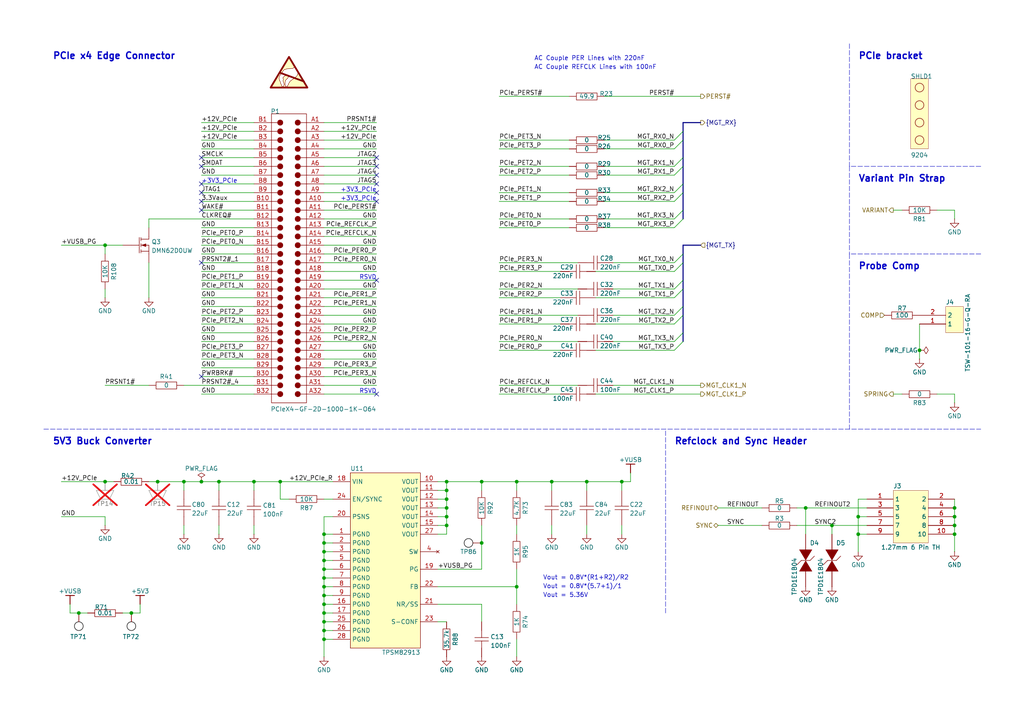
<source format=kicad_sch>
(kicad_sch (version 20250114) (generator "eeschema") (generator_version "9.0")
  (paper "A4")
  (title_block (title "ThunderScope") (rev "5.3") (company "EEVengers") (comment 1 "Aleksa Bjelogrlic"))
  (text "RSVD" (at 109.22 114.3 0) (effects (font (size 1.27 1.27)) (justify right bottom)))
  (text "Vout = 0.8V*(5.7+1)/1" (at 157.48 170.18 0) (effects (font (size 1.27 1.27)) (justify left)))
  (text "+3V3_PCIe" (at 58.42 53.34 0) (effects (font (size 1.27 1.27)) (justify left bottom)))
  (text "+3V3_PCIe" (at 109.22 58.42 0) (effects (font (size 1.27 1.27)) (justify right bottom)))
  (text "PCIe bracket" (at 248.92 15.24 0) (effects (font (size 1.905 1.905) (thickness 0.381) (bold yes)) (justify left top)))
  (text "AC Couple PER Lines with 220nF" (at 154.94 17.78 0) (effects (font (size 1.27 1.27)) (justify left bottom)))
  (text "Variant Pin Strap" (at 248.92 50.8 0) (effects (font (size 1.905 1.905) (thickness 0.381) (bold yes)) (justify left top)))
  (text "Vout = 0.8V*(R1+R2)/R2" (at 157.48 167.64 0) (effects (font (size 1.27 1.27)) (justify left)))
  (text "Refclock and Sync Header" (at 195.58 127 0) (effects (font (size 1.905 1.905) (thickness 0.381) (bold yes)) (justify left top)))
  (text "PCIe x4 Edge Connector" (at 15.24 15.24 0) (effects (font (size 1.905 1.905) (thickness 0.381) (bold yes)) (justify left top)))
  (text "RSVD" (at 109.22 81.28 0) (effects (font (size 1.27 1.27)) (justify right bottom)))
  (text "Vout = 5.36V" (at 157.48 172.72 0) (effects (font (size 1.27 1.27)) (justify left)))
  (text "5V3 Buck Converter" (at 15.24 127 0) (effects (font (size 1.905 1.905) (thickness 0.381) (bold yes)) (justify left top)))
  (text "AC Couple REFCLK Lines with 100nF" (at 154.94 20.32 0) (effects (font (size 1.27 1.27)) (justify left bottom)))
  (text "Probe Comp" (at 248.92 76.2 0) (effects (font (size 1.905 1.905) (thickness 0.381) (bold yes)) (justify left top)))
  (text "+3V3_PCIe" (at 109.22 55.88 0) (effects (font (size 1.27 1.27)) (justify right bottom)))
  (junction (at 93.98 165.1))
  (junction (at 38.1 177.8))
  (junction (at 93.98 172.72))
  (junction (at 233.68 147.32))
  (junction (at 45.72 139.7))
  (junction (at 276.86 149.86))
  (junction (at 22.86 177.8))
  (junction (at 129.54 147.32))
  (junction (at 30.48 139.7))
  (junction (at 170.18 139.7))
  (junction (at 93.98 180.34))
  (junction (at 93.98 160.02))
  (junction (at 93.98 162.56))
  (junction (at 30.48 71.12))
  (junction (at 276.86 154.94))
  (junction (at 129.54 149.86))
  (junction (at 129.54 139.7))
  (junction (at 276.86 147.32))
  (junction (at 139.7 139.7))
  (junction (at 93.98 157.48))
  (junction (at 129.54 152.4))
  (junction (at 276.86 152.4))
  (junction (at 241.3 152.4))
  (junction (at 93.98 185.42))
  (junction (at 93.98 167.64))
  (junction (at 139.7 157.48))
  (junction (at 129.54 142.24))
  (junction (at 266.7 101.6))
  (junction (at 248.92 154.94))
  (junction (at 149.86 139.7))
  (junction (at 81.28 139.7))
  (junction (at 93.98 170.18))
  (junction (at 93.98 154.94))
  (junction (at 73.66 139.7))
  (junction (at 53.34 139.7))
  (junction (at 93.98 175.26))
  (junction (at 58.42 139.7))
  (junction (at 129.54 144.78))
  (junction (at 180.34 139.7))
  (junction (at 93.98 182.88))
  (junction (at 93.98 177.8))
  (junction (at 149.86 170.18))
  (junction (at 63.5 139.7))
  (junction (at 160.02 139.7))
  (junction (at 248.92 149.86))
  (no_connect (at 109.22 114.3))
  (no_connect (at 58.42 48.26))
  (no_connect (at 58.42 53.34))
  (no_connect (at 109.22 45.72))
  (no_connect (at 58.42 76.2))
  (no_connect (at 58.42 58.42))
  (no_connect (at 58.42 45.72))
  (no_connect (at 109.22 58.42))
  (no_connect (at 109.22 53.34))
  (no_connect (at 58.42 60.96))
  (no_connect (at 109.22 55.88))
  (no_connect (at 58.42 55.88))
  (no_connect (at 109.22 48.26))
  (no_connect (at 109.22 50.8))
  (no_connect (at 109.22 81.28))
  (no_connect (at 58.42 109.22))
  (bus_entry (at 195.58 86.36) (size 2.54 -2.54))
  (bus_entry (at 195.58 78.74) (size 2.54 -2.54))
  (bus_entry (at 195.58 63.5) (size 2.54 -2.54))
  (bus_entry (at 195.58 93.98) (size 2.54 -2.54))
  (bus_entry (at 195.58 50.8) (size 2.54 -2.54))
  (bus_entry (at 195.58 43.18) (size 2.54 -2.54))
  (bus_entry (at 195.58 99.06) (size 2.54 -2.54))
  (bus_entry (at 195.58 91.44) (size 2.54 -2.54))
  (bus_entry (at 195.58 48.26) (size 2.54 -2.54))
  (bus_entry (at 195.58 76.2) (size 2.54 -2.54))
  (bus_entry (at 195.58 55.88) (size 2.54 -2.54))
  (bus_entry (at 195.58 66.04) (size 2.54 -2.54))
  (bus_entry (at 195.58 83.82) (size 2.54 -2.54))
  (bus_entry (at 195.58 58.42) (size 2.54 -2.54))
  (bus_entry (at 195.58 101.6) (size 2.54 -2.54))
  (bus_entry (at 195.58 40.64) (size 2.54 -2.54))
  (wire (pts (xy 58.42 99.06) (xy 73.66 99.06)))
  (wire (pts (xy 195.58 63.5) (xy 175.26 63.5)))
  (wire (pts (xy 248.92 160.02) (xy 248.92 154.94)))
  (wire (pts (xy 195.58 40.64) (xy 175.26 40.64)))
  (wire (pts (xy 58.42 76.2) (xy 73.66 76.2)))
  (wire (pts (xy 40.64 177.8) (xy 40.64 175.26)))
  (wire (pts (xy 58.42 66.04) (xy 73.66 66.04)))
  (bus (pts (xy 198.12 40.64) (xy 198.12 45.72)))
  (wire (pts (xy 127 152.4) (xy 129.54 152.4)))
  (wire (pts (xy 20.32 177.8) (xy 22.86 177.8)))
  (wire (pts (xy 93.98 182.88) (xy 96.52 182.88)))
  (polyline (pts (xy 284.48 48.26) (xy 246.38 48.26)) (stroke (width 0.127) (type dash)))
  (wire (pts (xy 162.56 114.3) (xy 144.78 114.3)))
  (wire (pts (xy 195.58 50.8) (xy 175.26 50.8)))
  (wire (pts (xy 172.72 114.3) (xy 203.2 114.3)))
  (wire (pts (xy 93.98 149.86) (xy 93.98 154.94)))
  (wire (pts (xy 180.34 139.7) (xy 180.34 142.24)))
  (wire (pts (xy 93.98 55.88) (xy 109.22 55.88)))
  (wire (pts (xy 93.98 76.2) (xy 109.22 76.2)))
  (wire (pts (xy 149.86 170.18) (xy 149.86 175.26)))
  (wire (pts (xy 83.82 144.78) (xy 81.28 144.78)))
  (wire (pts (xy 195.58 78.74) (xy 172.72 78.74)))
  (wire (pts (xy 167.64 111.76) (xy 144.78 111.76)))
  (wire (pts (xy 208.28 152.4) (xy 220.98 152.4)))
  (wire (pts (xy 58.42 50.8) (xy 73.66 50.8)))
  (wire (pts (xy 165.1 63.5) (xy 144.78 63.5)))
  (wire (pts (xy 53.34 139.7) (xy 58.42 139.7)))
  (wire (pts (xy 30.48 83.82) (xy 30.48 86.36)))
  (wire (pts (xy 165.1 50.8) (xy 144.78 50.8)))
  (wire (pts (xy 93.98 96.52) (xy 109.22 96.52)))
  (polyline (pts (xy 284.48 73.66) (xy 246.38 73.66)) (stroke (width 0.127) (type dash)))
  (wire (pts (xy 195.58 48.26) (xy 175.26 48.26)))
  (wire (pts (xy 93.98 177.8) (xy 96.52 177.8)))
  (wire (pts (xy 93.98 144.78) (xy 96.52 144.78)))
  (wire (pts (xy 93.98 91.44) (xy 109.22 91.44)))
  (wire (pts (xy 58.42 93.98) (xy 73.66 93.98)))
  (wire (pts (xy 93.98 185.42) (xy 93.98 190.5)))
  (wire (pts (xy 127 142.24) (xy 129.54 142.24)))
  (wire (pts (xy 139.7 175.26) (xy 139.7 180.34)))
  (wire (pts (xy 30.48 152.4) (xy 30.48 149.86)))
  (wire (pts (xy 170.18 152.4) (xy 170.18 154.94)))
  (wire (pts (xy 93.98 154.94) (xy 96.52 154.94)))
  (wire (pts (xy 93.98 68.58) (xy 109.22 68.58)))
  (bus (pts (xy 198.12 53.34) (xy 198.12 55.88)))
  (wire (pts (xy 127 154.94) (xy 129.54 154.94)))
  (wire (pts (xy 195.58 43.18) (xy 175.26 43.18)))
  (wire (pts (xy 195.58 99.06) (xy 177.8 99.06)))
  (wire (pts (xy 17.78 139.7) (xy 30.48 139.7)))
  (wire (pts (xy 149.86 139.7) (xy 160.02 139.7)))
  (wire (pts (xy 241.3 152.4) (xy 241.3 154.94)))
  (wire (pts (xy 276.86 152.4) (xy 276.86 154.94)))
  (wire (pts (xy 93.98 167.64) (xy 93.98 170.18)))
  (wire (pts (xy 58.42 43.18) (xy 73.66 43.18)))
  (wire (pts (xy 93.98 104.14) (xy 109.22 104.14)))
  (wire (pts (xy 170.18 139.7) (xy 180.34 139.7)))
  (wire (pts (xy 93.98 175.26) (xy 96.52 175.26)))
  (wire (pts (xy 127 144.78) (xy 129.54 144.78)))
  (wire (pts (xy 38.1 177.8) (xy 40.64 177.8)))
  (wire (pts (xy 58.42 35.56) (xy 73.66 35.56)))
  (bus (pts (xy 198.12 48.26) (xy 198.12 53.34)))
  (wire (pts (xy 30.48 149.86) (xy 17.78 149.86)))
  (wire (pts (xy 93.98 101.6) (xy 109.22 101.6)))
  (wire (pts (xy 129.54 144.78) (xy 129.54 142.24)))
  (wire (pts (xy 93.98 114.3) (xy 109.22 114.3)))
  (wire (pts (xy 248.92 149.86) (xy 248.92 154.94)))
  (wire (pts (xy 93.98 35.56) (xy 109.22 35.56)))
  (wire (pts (xy 144.78 83.82) (xy 167.64 83.82)))
  (wire (pts (xy 129.54 147.32) (xy 129.54 144.78)))
  (wire (pts (xy 63.5 139.7) (xy 63.5 142.24)))
  (wire (pts (xy 144.78 76.2) (xy 167.64 76.2)))
  (bus (pts (xy 198.12 38.1) (xy 198.12 40.64)))
  (wire (pts (xy 139.7 139.7) (xy 149.86 139.7)))
  (wire (pts (xy 30.48 71.12) (xy 35.56 71.12)))
  (wire (pts (xy 165.1 48.26) (xy 144.78 48.26)))
  (wire (pts (xy 195.58 76.2) (xy 177.8 76.2)))
  (bus (pts (xy 198.12 71.12) (xy 203.2 71.12)))
  (wire (pts (xy 93.98 167.64) (xy 96.52 167.64)))
  (wire (pts (xy 276.86 147.32) (xy 276.86 149.86)))
  (wire (pts (xy 93.98 165.1) (xy 93.98 167.64)))
  (wire (pts (xy 93.98 160.02) (xy 96.52 160.02)))
  (wire (pts (xy 93.98 40.64) (xy 109.22 40.64)))
  (wire (pts (xy 248.92 144.78) (xy 248.92 149.86)))
  (wire (pts (xy 195.58 91.44) (xy 177.8 91.44)))
  (wire (pts (xy 139.7 157.48) (xy 139.7 165.1)))
  (wire (pts (xy 93.98 170.18) (xy 93.98 172.72)))
  (wire (pts (xy 93.98 93.98) (xy 109.22 93.98)))
  (wire (pts (xy 45.72 139.7) (xy 53.34 139.7)))
  (wire (pts (xy 127 180.34) (xy 129.54 180.34)))
  (wire (pts (xy 93.98 177.8) (xy 93.98 180.34)))
  (wire (pts (xy 93.98 43.18) (xy 109.22 43.18)))
  (wire (pts (xy 139.7 139.7) (xy 139.7 142.24)))
  (wire (pts (xy 93.98 165.1) (xy 96.52 165.1)))
  (wire (pts (xy 73.66 139.7) (xy 81.28 139.7)))
  (polyline (pts (xy 193.04 177.8) (xy 193.04 124.46)) (stroke (width 0.127) (type dash)))
  (wire (pts (xy 43.18 63.5) (xy 73.66 63.5)))
  (wire (pts (xy 93.98 162.56) (xy 96.52 162.56)))
  (wire (pts (xy 165.1 58.42) (xy 144.78 58.42)))
  (wire (pts (xy 144.78 99.06) (xy 167.64 99.06)))
  (wire (pts (xy 81.28 139.7) (xy 81.28 144.78)))
  (wire (pts (xy 165.1 66.04) (xy 144.78 66.04)))
  (wire (pts (xy 58.42 71.12) (xy 73.66 71.12)))
  (wire (pts (xy 144.78 91.44) (xy 167.64 91.44)))
  (wire (pts (xy 63.5 152.4) (xy 63.5 154.94)))
  (wire (pts (xy 93.98 109.22) (xy 109.22 109.22)))
  (wire (pts (xy 266.7 93.98) (xy 266.7 101.6)))
  (wire (pts (xy 149.86 152.4) (xy 149.86 154.94)))
  (wire (pts (xy 127 175.26) (xy 139.7 175.26)))
  (wire (pts (xy 93.98 180.34) (xy 93.98 182.88)))
  (wire (pts (xy 195.58 55.88) (xy 175.26 55.88)))
  (wire (pts (xy 129.54 139.7) (xy 129.54 142.24)))
  (wire (pts (xy 30.48 139.7) (xy 33.02 139.7)))
  (wire (pts (xy 58.42 60.96) (xy 73.66 60.96)))
  (wire (pts (xy 149.86 185.42) (xy 149.86 190.5)))
  (wire (pts (xy 160.02 139.7) (xy 160.02 142.24)))
  (wire (pts (xy 127 170.18) (xy 149.86 170.18)))
  (wire (pts (xy 17.78 71.12) (xy 30.48 71.12)))
  (wire (pts (xy 160.02 139.7) (xy 170.18 139.7)))
  (wire (pts (xy 58.42 86.36) (xy 73.66 86.36)))
  (wire (pts (xy 195.58 83.82) (xy 177.8 83.82)))
  (wire (pts (xy 93.98 66.04) (xy 109.22 66.04)))
  (wire (pts (xy 20.32 175.26) (xy 20.32 177.8)))
  (wire (pts (xy 93.98 48.26) (xy 109.22 48.26)))
  (wire (pts (xy 93.98 185.42) (xy 96.52 185.42)))
  (wire (pts (xy 129.54 154.94) (xy 129.54 152.4)))
  (wire (pts (xy 30.48 71.12) (xy 30.48 73.66)))
  (wire (pts (xy 58.42 73.66) (xy 73.66 73.66)))
  (bus (pts (xy 198.12 35.56) (xy 203.2 35.56)))
  (wire (pts (xy 58.42 106.68) (xy 73.66 106.68)))
  (wire (pts (xy 93.98 50.8) (xy 109.22 50.8)))
  (wire (pts (xy 58.42 109.22) (xy 73.66 109.22)))
  (wire (pts (xy 248.92 154.94) (xy 251.46 154.94)))
  (wire (pts (xy 195.58 66.04) (xy 175.26 66.04)))
  (wire (pts (xy 58.42 48.26) (xy 73.66 48.26)))
  (wire (pts (xy 93.98 45.72) (xy 109.22 45.72)))
  (wire (pts (xy 233.68 147.32) (xy 251.46 147.32)))
  (wire (pts (xy 93.98 157.48) (xy 96.52 157.48)))
  (wire (pts (xy 127 165.1) (xy 139.7 165.1)))
  (wire (pts (xy 251.46 149.86) (xy 248.92 149.86)))
  (wire (pts (xy 195.58 93.98) (xy 172.72 93.98)))
  (wire (pts (xy 93.98 58.42) (xy 109.22 58.42)))
  (wire (pts (xy 259.08 60.96) (xy 261.62 60.96)))
  (wire (pts (xy 93.98 63.5) (xy 109.22 63.5)))
  (wire (pts (xy 182.88 139.7) (xy 180.34 139.7)))
  (wire (pts (xy 195.58 86.36) (xy 172.72 86.36)))
  (wire (pts (xy 73.66 139.7) (xy 73.66 142.24)))
  (wire (pts (xy 93.98 172.72) (xy 96.52 172.72)))
  (wire (pts (xy 93.98 172.72) (xy 93.98 175.26)))
  (wire (pts (xy 195.58 58.42) (xy 175.26 58.42)))
  (wire (pts (xy 195.58 101.6) (xy 172.72 101.6)))
  (wire (pts (xy 271.78 114.3) (xy 276.86 114.3)))
  (wire (pts (xy 43.18 139.7) (xy 45.72 139.7)))
  (wire (pts (xy 259.08 114.3) (xy 261.62 114.3)))
  (wire (pts (xy 58.42 58.42) (xy 73.66 58.42)))
  (wire (pts (xy 93.98 106.68) (xy 109.22 106.68)))
  (wire (pts (xy 58.42 96.52) (xy 73.66 96.52)))
  (wire (pts (xy 81.28 139.7) (xy 96.52 139.7)))
  (wire (pts (xy 129.54 139.7) (xy 139.7 139.7)))
  (wire (pts (xy 43.18 111.76) (xy 30.48 111.76)))
  (wire (pts (xy 144.78 93.98) (xy 162.56 93.98)))
  (wire (pts (xy 129.54 152.4) (xy 129.54 149.86)))
  (wire (pts (xy 93.98 180.34) (xy 96.52 180.34)))
  (wire (pts (xy 93.98 111.76) (xy 109.22 111.76)))
  (wire (pts (xy 144.78 86.36) (xy 162.56 86.36)))
  (wire (pts (xy 93.98 81.28) (xy 109.22 81.28)))
  (bus (pts (xy 198.12 45.72) (xy 198.12 48.26)))
  (wire (pts (xy 93.98 182.88) (xy 93.98 185.42)))
  (wire (pts (xy 58.42 53.34) (xy 73.66 53.34)))
  (wire (pts (xy 231.14 147.32) (xy 233.68 147.32)))
  (wire (pts (xy 231.14 152.4) (xy 241.3 152.4)))
  (wire (pts (xy 276.86 144.78) (xy 276.86 147.32)))
  (wire (pts (xy 58.42 83.82) (xy 73.66 83.82)))
  (wire (pts (xy 149.86 165.1) (xy 149.86 170.18)))
  (wire (pts (xy 93.98 83.82) (xy 109.22 83.82)))
  (wire (pts (xy 127 149.86) (xy 129.54 149.86)))
  (wire (pts (xy 58.42 101.6) (xy 73.66 101.6)))
  (wire (pts (xy 127 139.7) (xy 129.54 139.7)))
  (wire (pts (xy 43.18 63.5) (xy 43.18 66.04)))
  (wire (pts (xy 93.98 86.36) (xy 109.22 86.36)))
  (wire (pts (xy 53.34 139.7) (xy 53.34 142.24)))
  (bus (pts (xy 198.12 76.2) (xy 198.12 81.28)))
  (wire (pts (xy 93.98 157.48) (xy 93.98 160.02)))
  (wire (pts (xy 93.98 88.9) (xy 109.22 88.9)))
  (wire (pts (xy 93.98 154.94) (xy 93.98 157.48)))
  (wire (pts (xy 127 147.32) (xy 129.54 147.32)))
  (wire (pts (xy 165.1 43.18) (xy 144.78 43.18)))
  (wire (pts (xy 276.86 154.94) (xy 276.86 160.02)))
  (wire (pts (xy 251.46 144.78) (xy 248.92 144.78)))
  (wire (pts (xy 144.78 101.6) (xy 162.56 101.6)))
  (wire (pts (xy 22.86 177.8) (xy 25.4 177.8)))
  (bus (pts (xy 198.12 55.88) (xy 198.12 60.96)))
  (wire (pts (xy 73.66 152.4) (xy 73.66 154.94)))
  (wire (pts (xy 276.86 149.86) (xy 276.86 152.4)))
  (wire (pts (xy 93.98 160.02) (xy 93.98 162.56)))
  (wire (pts (xy 93.98 73.66) (xy 109.22 73.66)))
  (wire (pts (xy 170.18 139.7) (xy 170.18 142.24)))
  (wire (pts (xy 139.7 152.4) (xy 139.7 157.48)))
  (wire (pts (xy 63.5 139.7) (xy 73.66 139.7)))
  (wire (pts (xy 58.42 78.74) (xy 73.66 78.74)))
  (wire (pts (xy 93.98 53.34) (xy 109.22 53.34)))
  (wire (pts (xy 165.1 55.88) (xy 144.78 55.88)))
  (bus (pts (xy 198.12 91.44) (xy 198.12 96.52)))
  (wire (pts (xy 58.42 45.72) (xy 73.66 45.72)))
  (bus (pts (xy 198.12 35.56) (xy 198.12 38.1)))
  (wire (pts (xy 165.1 40.64) (xy 144.78 40.64)))
  (wire (pts (xy 58.42 40.64) (xy 73.66 40.64)))
  (wire (pts (xy 203.2 27.94) (xy 175.26 27.94)))
  (bus (pts (xy 198.12 60.96) (xy 198.12 63.5)))
  (wire (pts (xy 58.42 114.3) (xy 73.66 114.3)))
  (wire (pts (xy 149.86 139.7) (xy 149.86 142.24)))
  (polyline (pts (xy 246.38 73.66) (xy 246.38 124.46)) (stroke (width 0.127) (type dash)))
  (wire (pts (xy 233.68 154.94) (xy 233.68 147.32)))
  (wire (pts (xy 35.56 177.8) (xy 38.1 177.8)))
  (bus (pts (xy 198.12 88.9) (xy 198.12 91.44)))
  (bus (pts (xy 198.12 71.12) (xy 198.12 73.66)))
  (wire (pts (xy 58.42 81.28) (xy 73.66 81.28)))
  (wire (pts (xy 93.98 78.74) (xy 109.22 78.74)))
  (wire (pts (xy 182.88 137.16) (xy 182.88 139.7)))
  (wire (pts (xy 96.52 149.86) (xy 93.98 149.86)))
  (polyline (pts (xy 12.7 124.46) (xy 284.48 124.46)) (stroke (width 0.127) (type dash)))
  (wire (pts (xy 165.1 27.94) (xy 144.78 27.94)))
  (wire (pts (xy 53.34 111.76) (xy 73.66 111.76)))
  (wire (pts (xy 160.02 152.4) (xy 160.02 154.94)))
  (wire (pts (xy 93.98 99.06) (xy 109.22 99.06)))
  (wire (pts (xy 93.98 60.96) (xy 109.22 60.96)))
  (wire (pts (xy 58.42 55.88) (xy 73.66 55.88)))
  (wire (pts (xy 271.78 60.96) (xy 276.86 60.96)))
  (wire (pts (xy 266.7 104.14) (xy 266.7 101.6)))
  (bus (pts (xy 198.12 96.52) (xy 198.12 99.06)))
  (wire (pts (xy 58.42 38.1) (xy 73.66 38.1)))
  (wire (pts (xy 93.98 175.26) (xy 93.98 177.8)))
  (wire (pts (xy 58.42 88.9) (xy 73.66 88.9)))
  (bus (pts (xy 198.12 81.28) (xy 198.12 83.82)))
  (wire (pts (xy 58.42 104.14) (xy 73.66 104.14)))
  (polyline (pts (xy 246.38 12.7) (xy 246.38 48.26)) (stroke (width 0.127) (type dash)))
  (wire (pts (xy 93.98 170.18) (xy 96.52 170.18)))
  (wire (pts (xy 93.98 71.12) (xy 109.22 71.12)))
  (wire (pts (xy 177.8 111.76) (xy 203.2 111.76)))
  (wire (pts (xy 93.98 162.56) (xy 93.98 165.1)))
  (wire (pts (xy 53.34 152.4) (xy 53.34 154.94)))
  (wire (pts (xy 58.42 139.7) (xy 63.5 139.7)))
  (wire (pts (xy 129.54 149.86) (xy 129.54 147.32)))
  (bus (pts (xy 198.12 83.82) (xy 198.12 88.9)))
  (wire (pts (xy 241.3 152.4) (xy 251.46 152.4)))
  (wire (pts (xy 43.18 76.2) (xy 43.18 86.36)))
  (bus (pts (xy 198.12 73.66) (xy 198.12 76.2)))
  (wire (pts (xy 208.28 147.32) (xy 220.98 147.32)))
  (polyline (pts (xy 246.38 48.26) (xy 246.38 73.66)) (stroke (width 0.127) (type dash)))
  (wire (pts (xy 93.98 38.1) (xy 109.22 38.1)))
  (wire (pts (xy 144.78 78.74) (xy 162.56 78.74)))
  (wire (pts (xy 58.42 68.58) (xy 73.66 68.58)))
  (wire (pts (xy 58.42 91.44) (xy 73.66 91.44)))
  (wire (pts (xy 180.34 152.4) (xy 180.34 154.94)))
  (wire (pts (xy 276.86 114.3) (xy 276.86 116.84)))
  (wire (pts (xy 276.86 60.96) (xy 276.86 63.5)))
  (label "GND" (at 58.42 96.52 0))
  (label "GND" (at 58.42 99.06 0))
  (label "MGT_TX1_N" (at 195.58 83.82 180))
  (label "3.3Vaux" (at 58.42 58.42 0))
  (label "PCIe_PET3_P" (at 58.42 101.6 0))
  (label "PCIe_PER3_N" (at 109.22 109.22 180))
  (label "REFINOUT" (at 210.82 147.32 0))
  (label "+12V_PCIe" (at 17.78 139.7 0))
  (label "PRSNT2#_1" (at 58.42 76.2 0))
  (label "MGT_RX1_P" (at 195.58 50.8 180))
  (label "GND" (at 109.22 104.14 180))
  (label "WAKE#" (at 58.42 60.96 0))
  (label "REFINOUT2" (at 236.22 147.32 0))
  (label "SYNC2" (at 236.22 152.4 0))
  (label "GND" (at 109.22 71.12 180))
  (label "MGT_TX3_P" (at 195.58 101.6 180))
  (label "GND" (at 109.22 101.6 180))
  (label "PCIe_PET2_P" (at 144.78 50.8 0))
  (label "GND" (at 58.42 86.36 0))
  (label "PCIe_PER2_P" (at 144.78 86.36 0))
  (label "MGT_RX0_P" (at 195.58 43.18 180))
  (label "PCIe_PET3_P" (at 144.78 43.18 0))
  (label "MGT_TX0_N" (at 195.58 76.2 180))
  (label "PWRBRK#" (at 58.42 109.22 0))
  (label "GND" (at 58.42 78.74 0))
  (label "PCIe_PET0_N" (at 58.42 71.12 0))
  (label "GND" (at 58.42 73.66 0))
  (label "+12V_PCIe" (at 109.22 40.64 180))
  (label "PCIe_PER2_N" (at 144.78 83.82 0))
  (label "+VUSB_PG" (at 17.78 71.12 0))
  (label "PCIe_PET1_P" (at 144.78 58.42 0))
  (label "MGT_CLK1_N" (at 195.58 111.76 180))
  (label "MGT_TX2_P" (at 195.58 93.98 180))
  (label "GND" (at 58.42 66.04 0))
  (label "PCIe_PER3_P" (at 144.78 78.74 0))
  (label "GND" (at 58.42 50.8 0))
  (label "MGT_RX1_N" (at 195.58 48.26 180))
  (label "SMDAT" (at 58.42 48.26 0))
  (label "PCIe_PER2_P" (at 109.22 96.52 180))
  (label "MGT_TX2_N" (at 195.58 91.44 180))
  (label "GND" (at 17.78 149.86 0))
  (label "PCIe_PET2_N" (at 58.42 93.98 0))
  (label "PCIe_PET0_P" (at 144.78 66.04 0))
  (label "GND" (at 109.22 78.74 180))
  (label "PCIe_PER1_N" (at 144.78 91.44 0))
  (label "MGT_RX3_N" (at 195.58 63.5 180))
  (label "PCIe_PER1_P" (at 144.78 93.98 0))
  (label "GND" (at 58.42 43.18 0))
  (label "MGT_RX0_N" (at 195.58 40.64 180))
  (label "PCIe_PER0_P" (at 109.22 73.66 180))
  (label "PCIe_PET0_N" (at 144.78 63.5 0))
  (label "MGT_CLK1_P" (at 195.58 114.3 180))
  (label "PCIe_PER1_N" (at 109.22 88.9 180))
  (label "+12V_PCIe" (at 58.42 35.56 0))
  (label "PCIe_PER2_N" (at 109.22 99.06 180))
  (label "PCIe_PER0_N" (at 144.78 99.06 0))
  (label "PCIe_PET0_P" (at 58.42 68.58 0))
  (label "PCIe_PET3_N" (at 144.78 40.64 0))
  (label "+VUSB_PG" (at 137.16 165.1 180))
  (label "GND" (at 109.22 93.98 180))
  (label "PCIe_REFCLK_N" (at 144.78 111.76 0))
  (label "PCIe_PER0_N" (at 109.22 76.2 180))
  (label "PCIe_PET1_N" (at 58.42 83.82 0))
  (label "GND" (at 109.22 83.82 180))
  (label "PCIe_PERST#" (at 144.78 27.94 0))
  (label "PCIe_PET3_N" (at 58.42 104.14 0))
  (label "JTAG3" (at 109.22 48.26 180))
  (label "SYNC" (at 210.82 152.4 0))
  (label "PRSNT1#" (at 30.48 111.76 0))
  (label "MGT_TX1_P" (at 195.58 86.36 180))
  (label "JTAG5" (at 109.22 53.34 180))
  (label "PCIe_PET2_N" (at 144.78 48.26 0))
  (label "+12V_PCIe" (at 58.42 38.1 0))
  (label "PCIe_PET2_P" (at 58.42 91.44 0))
  (label "SMCLK" (at 58.42 45.72 0))
  (label "GND" (at 109.22 63.5 180))
  (label "PCIe_PET1_N" (at 144.78 55.88 0))
  (label "PCIe_PER1_P" (at 109.22 86.36 180))
  (label "PCIe_REFCLK_N" (at 109.22 68.58 180))
  (label "MGT_RX3_P" (at 195.58 66.04 180))
  (label "+12V_PCIe" (at 109.22 38.1 180))
  (label "GND" (at 58.42 106.68 0))
  (label "+12V_PCIe_R" (at 83.82 139.7 0))
  (label "PCIe_REFCLK_P" (at 144.78 114.3 0))
  (label "JTAG4" (at 109.22 50.8 180))
  (label "PCIe_PER3_N" (at 144.78 76.2 0))
  (label "PERST#" (at 195.58 27.94 180))
  (label "GND" (at 109.22 111.76 180))
  (label "JTAG2" (at 109.22 45.72 180))
  (label "PRSNT1#" (at 109.22 35.56 180))
  (label "PCIe_PERST#" (at 109.22 60.96 180))
  (label "PCIe_PET1_P" (at 58.42 81.28 0))
  (label "GND" (at 109.22 91.44 180))
  (label "PCIe_PER3_P" (at 109.22 106.68 180))
  (label "+12V_PCIe" (at 58.42 40.64 0))
  (label "JTAG1" (at 58.42 55.88 0))
  (label "GND" (at 58.42 114.3 0))
  (label "MGT_TX0_P" (at 195.58 78.74 180))
  (label "PCIe_PER0_P" (at 144.78 101.6 0))
  (label "PCIe_REFCLK_P" (at 109.22 66.04 180))
  (label "MGT_RX2_P" (at 195.58 58.42 180))
  (label "CLKREQ#" (at 58.42 63.5 0))
  (label "GND" (at 109.22 43.18 180))
  (label "MGT_RX2_N" (at 195.58 55.88 180))
  (label "GND" (at 58.42 88.9 0))
  (label "MGT_TX3_N" (at 195.58 99.06 180))
  (label "PRSNT2#_4" (at 58.42 111.76 0))
  (hierarchical_label "SPRING" (shape output) (at 259.08 114.3 180))
  (hierarchical_label "VARIANT" (shape output) (at 259.08 60.96 180))
  (hierarchical_label "COMP" (shape input) (at 256.54 91.44 180))
  (hierarchical_label "MGT_CLK1_P" (shape output) (at 203.2 114.3 0))
  (hierarchical_label "REFINOUT" (shape bidirectional) (at 208.28 147.32 180))
  (hierarchical_label "SYNC" (shape bidirectional) (at 208.28 152.4 180))
  (hierarchical_label "{MGT_RX}" (shape output) (at 203.2 35.56 0))
  (hierarchical_label "PERST#" (shape output) (at 203.2 27.94 0))
  (hierarchical_label "MGT_CLK1_N" (shape output) (at 203.2 111.76 0))
  (hierarchical_label "{MGT_TX}" (shape input) (at 203.2 71.12 0))
  (symbol (lib_id "Thunderscope_Rev5:TP PCB 1mm") (at 139.7 157.48 180) (unit 1) (in_bom no)
    (property "Reference" "TP86" (at 135.89 160.02 0))
    (property "Value" "PCB" (effects (hide yes)))
    (property "Footprint" "Thunderscope_Rev5:GEN_TP_PCB" (effects (hide yes)))
  )
  (symbol (lib_id "Thunderscope_Rev5:TP PCB 1mm") (at 22.86 177.8 270) (unit 1) (in_bom no)
    (property "Reference" "TP71" (at 20.32 185.42 90) (effects (justify left bottom)))
    (property "Value" "PCB" (effects (hide yes)))
    (property "Footprint" "Thunderscope_Rev5:GEN_TP_PCB" (effects (hide yes)))
  )
  (symbol (lib_id "Thunderscope_Rev5:RES 0 OHM 1/16W 0402") (at 226.06 147.32 0) (unit 1)
    (property "Reference" "R5" (at 226.06 146.05 0) (effects (justify bottom)))
    (property "Value" "0" (at 226.06 147.32 0))
    (property "Footprint" "Thunderscope_Rev5:GEN_R_0402" (effects (hide yes)))
    (property "PACKAGE" "0402" (effects (hide yes)))
    (property "SUPPLIER 1" "Mouser" (effects (hide yes)))
    (property "SUPPLIER PART NUMBER 1" "603-RC0402JR-070RL" (effects (hide yes)))
    (property "MANUFACTURER" "Yageo" (effects (hide yes)))
    (property "MANUFACTURER PART NUMBER" "RC0402JR-070RL" (effects (hide yes)))
  )
  (symbol (lib_id "Thunderscope_Rev5:RES 0 OHM 1/16W 0402") (at 170.18 66.04 0) (mirror y) (unit 1)
    (property "Reference" "R38" (at 175.26 66.04 0) (effects (justify bottom)))
    (property "Value" "0" (at 170.18 66.04 0))
    (property "Footprint" "Thunderscope_Rev5:GEN_R_0402" (effects (hide yes)))
    (property "PACKAGE" "0402" (effects (hide yes)))
    (property "SUPPLIER 1" "Mouser" (effects (hide yes)))
    (property "SUPPLIER PART NUMBER 1" "603-RC0402JR-070RL" (effects (hide yes)))
    (property "MANUFACTURER" "Yageo" (effects (hide yes)))
    (property "MANUFACTURER PART NUMBER" "RC0402JR-070RL" (effects (hide yes)))
  )
  (symbol (lib_id "Thunderscope_Rev5:RES 0 OHM 1/16W 0402") (at 170.18 63.5 0) (mirror y) (unit 1)
    (property "Reference" "R37" (at 175.26 63.5 0) (effects (justify bottom)))
    (property "Value" "0" (at 170.18 63.5 0))
    (property "Footprint" "Thunderscope_Rev5:GEN_R_0402" (effects (hide yes)))
    (property "PACKAGE" "0402" (effects (hide yes)))
    (property "SUPPLIER 1" "Mouser" (effects (hide yes)))
    (property "SUPPLIER PART NUMBER 1" "603-RC0402JR-070RL" (effects (hide yes)))
    (property "MANUFACTURER" "Yageo" (effects (hide yes)))
    (property "MANUFACTURER PART NUMBER" "RC0402JR-070RL" (effects (hide yes)))
  )
  (symbol (lib_id "Thunderscope_Rev5:CAP 220nF 16V X7R 0402") (at 172.72 83.82 270) (mirror x) (unit 1)
    (property "Reference" "C32" (at 173.99 82.55 90) (effects (justify left)))
    (property "Value" "220nF" (at 173.99 85.09 90) (effects (justify left)))
    (property "Footprint" "Thunderscope_Rev5:GEN_C_0402" (effects (hide yes)))
    (property "PACKAGE" "0402" (effects (hide yes)))
    (property "VOLTAGE RATING" "16V" (effects (hide yes)))
    (property "SUPPLIER 1" "Mouser" (effects (hide yes)))
    (property "SUPPLIER PART NUMBER 1" "81-GCM155R71C224KE2D" (effects (hide yes)))
    (property "HOUSE PART NUMBER" "C-100nF-0402-002" (effects (hide yes)))
    (property "MANUFACTURER" "Murata" (effects (hide yes)))
    (property "MANUFACTURER PART NUMBER" "GCM155R71C224KE02D" (effects (hide yes)))
  )
  (symbol (lib_id "Thunderscope_Rev5:RES 1K OHM 1% 1/10W 0402") (at 149.86 160.02 0) (unit 1)
    (property "Reference" "R95" (at 152.4 160.02 90))
    (property "Value" "1K" (at 149.86 160.02 90))
    (property "Footprint" "Thunderscope_Rev5:GEN_R_0402" (effects (hide yes)))
    (property "TOLERANCE" "1%" (effects (hide yes)))
    (property "PACKAGE" "0402" (effects (hide yes)))
    (property "SUPPLIER 1" "Mouser" (effects (hide yes)))
    (property "SUPPLIER PART NUMBER 1" "603-RC0402FR-071KL" (effects (hide yes)))
    (property "HOUSE PART NUMBER" "R-1K-0402-1%-001" (effects (hide yes)))
    (property "MANUFACTURER" "Yageo" (effects (hide yes)))
    (property "MANUFACTURER PART NUMBER" "RC0402FR-071KL" (effects (hide yes)))
  )
  (symbol (lib_id "Thunderscope_Rev5:RES 49.9 OHM 1% 1/10W 0402") (at 170.18 27.94 0) (mirror y) (unit 1)
    (property "Reference" "R23" (at 177.8 27.94 0) (effects (justify left bottom)))
    (property "Value" "49.9" (at 170.18 27.94 0))
    (property "Footprint" "Thunderscope_Rev5:GEN_R_0402" (effects (hide yes)))
    (property "TOLERANCE" "1%" (effects (hide yes)))
    (property "PACKAGE" "0402" (effects (hide yes)))
    (property "SUPPLIER 1" "Mouser" (effects (hide yes)))
    (property "SUPPLIER PART NUMBER 1" "603-RC0402FR-0749R9L" (effects (hide yes)))
    (property "MANUFACTURER" "Yageo" (effects (hide yes)))
    (property "MANUFACTURER PART NUMBER" "RC0402FR-0749R9L" (effects (hide yes)))
  )
  (symbol (lib_id "Thunderscope_Rev5:RES 0 OHM 1/16W 0402") (at 226.06 152.4 0) (unit 1)
    (property "Reference" "R3" (at 226.06 151.13 0) (effects (justify bottom)))
    (property "Value" "0" (at 226.06 152.4 0))
    (property "Footprint" "Thunderscope_Rev5:GEN_R_0402" (effects (hide yes)))
    (property "PACKAGE" "0402" (effects (hide yes)))
    (property "SUPPLIER 1" "Mouser" (effects (hide yes)))
    (property "SUPPLIER PART NUMBER 1" "603-RC0402JR-070RL" (effects (hide yes)))
    (property "MANUFACTURER" "Yageo" (effects (hide yes)))
    (property "MANUFACTURER PART NUMBER" "RC0402JR-070RL" (effects (hide yes)))
  )
  (symbol (lib_id "Thunderscope_Rev5:RES 10K OHM 1% 1/10W 0402") (at 139.7 147.32 90) (unit 1)
    (property "Reference" "R92" (at 142.24 147.32 0))
    (property "Value" "10K" (at 139.7 147.32 0))
    (property "Footprint" "Thunderscope_Rev5:GEN_R_0402" (effects (hide yes)))
    (property "TOLERANCE" "1%" (effects (hide yes)))
    (property "PACKAGE" "0402" (effects (hide yes)))
    (property "SUPPLIER 1" "Mouser" (effects (hide yes)))
    (property "SUPPLIER PART NUMBER 1" "667-ERJ-2RKF1002X" (effects (hide yes)))
    (property "MANUFACTURER" "Panasonic" (effects (hide yes)))
    (property "MANUFACTURER PART NUMBER" "ERJ-2RKF1002X" (effects (hide yes)))
  )
  (symbol (lib_id "Thunderscope_Rev5:RES 0.01 OHM 1% 1/4W 0603") (at 38.1 139.7 0) (unit 1)
    (property "Reference" "R42" (at 35.1 138.724 0) (effects (justify left bottom)))
    (property "Value" "0.01" (at 38.1 139.7 0))
    (property "Footprint" "Thunderscope_Rev5:GEN_R_0603" (effects (hide yes)))
    (property "TOLERANCE" "1%" (effects (hide yes)))
    (property "SUPPLIER 1" "Mouser" (effects (hide yes)))
    (property "SUPPLIER PART NUMBER 1" "754-RL0816T-R010-F" (effects (hide yes)))
    (property "PACKAGE" "0603" (effects (hide yes)))
    (property "HOUSE PART NUMBER" "R-0.01-0603-1%-001" (effects (hide yes)))
    (property "MANUFACTURER" "Susumu" (effects (hide yes)))
    (property "MANUFACTURER PART NUMBER" "RL0816T-R010-F" (effects (hide yes)))
  )
  (symbol (lib_id "Thunderscope_Rev5:+VUSB") (at 20.32 175.26 180) (unit 1)
    (property "Reference" "#PWR0329" (effects (hide yes)))
    (property "Value" "+VUSB" (at 20.32 171.45 0))
    (property "Description" "Power symbol creates a global label with name '+VUSB'" (effects (hide yes)))
  )
  (symbol (lib_id "Thunderscope_Rev5:GND") (at 30.48 152.4 0) (unit 1)
    (property "Reference" "#PWR?" (effects (hide yes)))
    (property "Value" "GND" (at 30.48 156.21 0))
    (property "Description" "Power symbol creates a global label with name \"GND\" , ground" (effects (hide yes)))
  )
  (symbol (lib_id "Thunderscope_Rev5:RES 10K OHM 1% 1/10W 0402") (at 266.7 60.96 0) (unit 1)
    (property "Reference" "R81" (at 266.7 63.5 0))
    (property "Value" "10K" (at 266.7 60.96 0))
    (property "Footprint" "Thunderscope_Rev5:GEN_R_0402" (effects (hide yes)))
    (property "TOLERANCE" "1%" (effects (hide yes)))
    (property "PACKAGE" "0402" (effects (hide yes)))
    (property "SUPPLIER 1" "Mouser" (effects (hide yes)))
    (property "SUPPLIER PART NUMBER 1" "667-ERJ-2RKF1002X" (effects (hide yes)))
    (property "MANUFACTURER" "Panasonic" (effects (hide yes)))
    (property "MANUFACTURER PART NUMBER" "ERJ-2RKF1002X" (effects (hide yes)))
  )
  (symbol (lib_id "Thunderscope_Rev5:RES 1K OHM 1% 1/10W 0402") (at 149.86 180.34 0) (unit 1)
    (property "Reference" "R74" (at 152.4 180.34 90))
    (property "Value" "1K" (at 149.86 180.34 90))
    (property "Footprint" "Thunderscope_Rev5:GEN_R_0402" (effects (hide yes)))
    (property "TOLERANCE" "1%" (effects (hide yes)))
    (property "PACKAGE" "0402" (effects (hide yes)))
    (property "SUPPLIER 1" "Mouser" (effects (hide yes)))
    (property "SUPPLIER PART NUMBER 1" "603-RC0402FR-071KL" (effects (hide yes)))
    (property "HOUSE PART NUMBER" "R-1K-0402-1%-001" (effects (hide yes)))
    (property "MANUFACTURER" "Yageo" (effects (hide yes)))
    (property "MANUFACTURER PART NUMBER" "RC0402FR-071KL" (effects (hide yes)))
  )
  (symbol (lib_id "Thunderscope_Rev5:RES 0.01 OHM 1% 1/4W 0603") (at 30.48 177.8 0) (unit 1)
    (property "Reference" "R71" (at 27.48 176.824 0) (effects (justify left bottom)))
    (property "Value" "0.01" (at 30.48 177.8 0))
    (property "Footprint" "Thunderscope_Rev5:GEN_R_0603" (effects (hide yes)))
    (property "TOLERANCE" "1%" (effects (hide yes)))
    (property "SUPPLIER 1" "Mouser" (effects (hide yes)))
    (property "SUPPLIER PART NUMBER 1" "754-RL0816T-R010-F" (effects (hide yes)))
    (property "PACKAGE" "0603" (effects (hide yes)))
    (property "HOUSE PART NUMBER" "R-0.01-0603-1%-001" (effects (hide yes)))
    (property "MANUFACTURER" "Susumu" (effects (hide yes)))
    (property "MANUFACTURER PART NUMBER" "RL0816T-R010-F" (effects (hide yes)))
  )
  (symbol (lib_id "Thunderscope_Rev5:TP PCB 1mm") (at 38.1 177.8 270) (unit 1) (in_bom no)
    (property "Reference" "TP72" (at 35.56 185.42 90) (effects (justify left bottom)))
    (property "Value" "PCB" (effects (hide yes)))
    (property "Footprint" "Thunderscope_Rev5:GEN_TP_PCB" (effects (hide yes)))
  )
  (symbol (lib_id "Thunderscope_Rev5:TVS TPD1E1B04") (at 241.3 162.56 0) (unit 1)
    (property "Reference" "D5" (at 243.84 157.48 0))
    (property "Value" "TPD1E1B04" (at 238.76 172.72 90) (effects (justify left bottom)))
    (property "Footprint" "Thunderscope_Rev5:TI_X1SON_DPY0002A" (effects (hide yes)))
    (property "SUPPLIER 1" "Texas Instruments" (effects (hide yes)))
    (property "SUPPLIER PART NUMBER 1" "TPD1E1B04DPYR" (effects (hide yes)))
    (property "MANUFACTURER" "Texas Instruments" (effects (hide yes)))
    (property "MANUFACTURER PART NUMBER" "TPD1E1B04DPYR" (effects (hide yes)))
  )
  (symbol (lib_id "Thunderscope_Rev5:PCIeX4-GF-2D-1000-1K-O64") (at 88.9 33.02 0) (unit 1) (in_bom no)
    (property "Reference" "P1" (at 78.486 33.02 0) (effects (justify left bottom)))
    (property "Value" "PCIeX4-GF-2D-1000-1K-O64" (at 78.486 119.38 0) (effects (justify left bottom)))
    (property "Footprint" "Thunderscope_Rev5:PCIeX4-GF-2D-1000-1K-O64" (effects (hide yes)))
    (property "Description" "Golden finger, PCIeX4, Dual, Opposite, Pitch 1mm, 64-Position" (effects (hide yes)))
    (property "DATASHEET VERSION" "rev2.0, Apr-2007" (effects (hide yes)))
    (property "MATING CONNECTOR" "Molex-87715-9106" (effects (hide yes)))
    (property "PACKAGE REFERENCE" "PCIeX4-GF-2D-1000-1K-O64" (effects (hide yes)))
    (property "CLASSNAME" "Edge Connector" (effects (hide yes)))
    (property "PUBLISHER" "Altium" (effects (hide yes)))
    (property "COMPONENT KIND" "Standard (No BOM)" (effects (hide yes)))
  )
  (symbol (lib_id "Graphic:SYM_ESD_Large") (at 83.82 20.32 0) (unit 1) (in_bom no)
    (property "Reference" "SYM1" (effects (hide yes)))
    (property "Value" "SYM_ESD_Large" (effects (hide yes)))
    (property "Footprint" "Symbol:ESD-Logo_6.6x6mm_SilkScreen" (effects (hide yes)))
    (property "Description" "ESD warning/\"Do not touch\" symbol, large" (effects (hide yes)))
  )
  (symbol (lib_id "Thunderscope_Rev5:RES 0 OHM 1/16W 0402") (at 170.18 55.88 0) (mirror y) (unit 1)
    (property "Reference" "R33" (at 175.26 55.88 0) (effects (justify bottom)))
    (property "Value" "0" (at 170.18 55.88 0))
    (property "Footprint" "Thunderscope_Rev5:GEN_R_0402" (effects (hide yes)))
    (property "PACKAGE" "0402" (effects (hide yes)))
    (property "SUPPLIER 1" "Mouser" (effects (hide yes)))
    (property "SUPPLIER PART NUMBER 1" "603-RC0402JR-070RL" (effects (hide yes)))
    (property "MANUFACTURER" "Yageo" (effects (hide yes)))
    (property "MANUFACTURER PART NUMBER" "RC0402JR-070RL" (effects (hide yes)))
  )
  (symbol (lib_id "Thunderscope_Rev5:RES 4.7K OHM 1% 1/10W 0402") (at 149.86 147.32 90) (unit 1)
    (property "Reference" "R73" (at 152.4 147.32 0))
    (property "Value" "4.7K" (at 149.86 147.32 0))
    (property "Footprint" "Thunderscope_Rev5:GEN_R_0402" (effects (hide yes)))
    (property "TOLERANCE" "1%" (effects (hide yes)))
    (property "PACKAGE" "0402" (effects (hide yes)))
    (property "SUPPLIER 1" "Mouser" (effects (hide yes)))
    (property "SUPPLIER PART NUMBER 1" "667-ERJ-2RKF4701X" (effects (hide yes)))
    (property "MANUFACTURER" "Panasonic" (effects (hide yes)))
    (property "MANUFACTURER PART NUMBER" "ERJ-2RKF4701X" (effects (hide yes)))
  )
  (symbol (lib_id "power:PWR_FLAG") (at 58.42 139.7 0) (unit 1)
    (property "Reference" "#FLG022" (effects (hide yes)))
    (property "Value" "PWR_FLAG" (at 58.42 135.89 0))
    (property "Description" "Special symbol for telling ERC where power comes from" (effects (hide yes)))
  )
  (symbol (lib_id "Thunderscope_Rev5:GND") (at 63.5 154.94 0) (unit 1)
    (property "Reference" "#PWR0409" (effects (hide yes)))
    (property "Value" "GND" (at 63.5 158.75 0))
    (property "Description" "Power symbol creates a global label with name \"GND\" , ground" (effects (hide yes)))
  )
  (symbol (lib_id "Thunderscope_Rev5:IC BUCK MODULE TPSM82913") (at 111.76 137.16 0) (unit 1)
    (property "Reference" "U11" (at 101.6 135.89 0) (effects (justify left)))
    (property "Value" "TPSM82913" (at 121.92 189.23 0) (effects (justify right)))
    (property "Footprint" "Thunderscope_Rev5:TI_B0QFN_RDU0028A" (effects (hide yes)))
    (property "Datasheet" "https://www.ti.com/lit/ds/symlink/tpsm82913.pdf" (effects (hide yes)))
    (property "SUPPLIER 1" "Texas Instruments" (effects (hide yes)))
    (property "SUPPLIER PART NUMBER 1" "TPSM82913RDUR" (effects (hide yes)))
    (property "MANUFACTURER" "Texas Instruments" (effects (hide yes)))
    (property "MANUFACTURER PART NUMBER" "TPSM82913RDUR" (effects (hide yes)))
  )
  (symbol (lib_id "Thunderscope_Rev5:GND") (at 248.92 160.02 0) (unit 1)
    (property "Reference" "#PWR08" (effects (hide yes)))
    (property "Value" "GND" (at 248.92 163.83 0))
    (property "Description" "Power symbol creates a global label with name \"GND\" , ground" (effects (hide yes)))
  )
  (symbol (lib_id "Thunderscope_Rev5:GND") (at 53.34 154.94 0) (unit 1)
    (property "Reference" "#PWR0265" (effects (hide yes)))
    (property "Value" "GND" (at 53.34 158.75 0))
    (property "Description" "Power symbol creates a global label with name \"GND\" , ground" (effects (hide yes)))
  )
  (symbol (lib_id "Thunderscope_Rev5:GND") (at 93.98 190.5 0) (unit 1)
    (property "Reference" "#PWR0317" (effects (hide yes)))
    (property "Value" "GND" (at 93.98 194.31 0))
    (property "Description" "Power symbol creates a global label with name \"GND\" , ground" (effects (hide yes)))
  )
  (symbol (lib_id "Thunderscope_Rev5:CONN 1.27mm 2x5 Pin TH RA") (at 259.08 142.24 0) (unit 1)
    (property "Reference" "J3" (at 259.08 140.97 0) (effects (justify left)))
    (property "Value" "1.27mm 6 Pin TH" (at 264.16 158.75 0))
    (property "Footprint" "Thunderscope_Rev5:GEN_1.27mm_2x5_Pin_TH_RA" (effects (hide yes)))
    (property "SUPPLIER 1" "Digi-Key" (effects (hide yes)))
    (property "SUPPLIER PART NUMBER 1" "1175-1628-ND" (effects (hide yes)))
    (property "MANUFACTURER" "CNC Tech" (effects (hide yes)))
    (property "MANUFACTURER PART NUMBER" "3220-10-0200-00" (effects (hide yes)))
  )
  (symbol (lib_id "Thunderscope_Rev5:GND") (at 233.68 170.18 0) (unit 1)
    (property "Reference" "#PWR06" (effects (hide yes)))
    (property "Value" "GND" (at 233.68 173.99 0))
    (property "Description" "Power symbol creates a global label with name \"GND\" , ground" (effects (hide yes)))
  )
  (symbol (lib_id "Thunderscope_Rev5:CAP 220nF 16V X7R 0402") (at 167.64 101.6 270) (mirror x) (unit 1)
    (property "Reference" "C41" (at 162.56 100.33 90) (effects (justify left)))
    (property "Value" "220nF" (at 166.37 102.87 90) (effects (justify right)))
    (property "Footprint" "Thunderscope_Rev5:GEN_C_0402" (effects (hide yes)))
    (property "PACKAGE" "0402" (effects (hide yes)))
    (property "VOLTAGE RATING" "16V" (effects (hide yes)))
    (property "SUPPLIER 1" "Mouser" (effects (hide yes)))
    (property "SUPPLIER PART NUMBER 1" "81-GCM155R71C224KE2D" (effects (hide yes)))
    (property "HOUSE PART NUMBER" "C-100nF-0402-002" (effects (hide yes)))
    (property "MANUFACTURER" "Murata" (effects (hide yes)))
    (property "MANUFACTURER PART NUMBER" "GCM155R71C224KE02D" (effects (hide yes)))
  )
  (symbol (lib_id "Thunderscope_Rev5:GND") (at 73.66 154.94 0) (unit 1)
    (property "Reference" "#PWR0319" (effects (hide yes)))
    (property "Value" "GND" (at 73.66 158.75 0))
    (property "Description" "Power symbol creates a global label with name \"GND\" , ground" (effects (hide yes)))
  )
  (symbol (lib_id "Thunderscope_Rev5:GND") (at 30.48 86.36 0) (unit 1)
    (property "Reference" "#PWR0307" (effects (hide yes)))
    (property "Value" "GND" (at 30.48 90.17 0))
    (property "Description" "Power symbol creates a global label with name \"GND\" , ground" (effects (hide yes)))
  )
  (symbol (lib_id "Thunderscope_Rev5:RES 0 OHM 1/16W 0402") (at 48.26 111.76 0) (unit 1)
    (property "Reference" "R41" (at 48.26 109.22 0))
    (property "Value" "0" (at 48.26 111.76 0))
    (property "Footprint" "Thunderscope_Rev5:GEN_R_0402" (effects (hide yes)))
    (property "PACKAGE" "0402" (effects (hide yes)))
    (property "SUPPLIER 1" "Mouser" (effects (hide yes)))
    (property "SUPPLIER PART NUMBER 1" "603-RC0402JR-070RL" (effects (hide yes)))
    (property "MANUFACTURER" "Yageo" (effects (hide yes)))
    (property "MANUFACTURER PART NUMBER" "RC0402JR-070RL" (effects (hide yes)))
  )
  (symbol (lib_id "Thunderscope_Rev5:RES 0 OHM 1/16W 0402") (at 170.18 40.64 0) (mirror y) (unit 1)
    (property "Reference" "R25" (at 175.26 40.64 0) (effects (justify bottom)))
    (property "Value" "0" (at 170.18 40.64 0))
    (property "Footprint" "Thunderscope_Rev5:GEN_R_0402" (effects (hide yes)))
    (property "PACKAGE" "0402" (effects (hide yes)))
    (property "SUPPLIER 1" "Mouser" (effects (hide yes)))
    (property "SUPPLIER PART NUMBER 1" "603-RC0402JR-070RL" (effects (hide yes)))
    (property "MANUFACTURER" "Yageo" (effects (hide yes)))
    (property "MANUFACTURER PART NUMBER" "RC0402JR-070RL" (effects (hide yes)))
  )
  (symbol (lib_id "Thunderscope_Rev5:RES 10K OHM 1% 1/10W 0402") (at 88.9 144.78 0) (unit 1)
    (property "Reference" "R87" (at 88.9 147.32 0))
    (property "Value" "10K" (at 88.9 144.78 0))
    (property "Footprint" "Thunderscope_Rev5:GEN_R_0402" (effects (hide yes)))
    (property "TOLERANCE" "1%" (effects (hide yes)))
    (property "PACKAGE" "0402" (effects (hide yes)))
    (property "SUPPLIER 1" "Mouser" (effects (hide yes)))
    (property "SUPPLIER PART NUMBER 1" "667-ERJ-2RKF1002X" (effects (hide yes)))
    (property "MANUFACTURER" "Panasonic" (effects (hide yes)))
    (property "MANUFACTURER PART NUMBER" "ERJ-2RKF1002X" (effects (hide yes)))
  )
  (symbol (lib_id "Thunderscope_Rev5:PCIe IO Shield") (at 266.7 33.02 0) (unit 1) (in_bom no) (on_board no)
    (property "Reference" "SHLD1" (at 264.16 22.86 0) (effects (justify left bottom)))
    (property "Value" "9204" (at 264.16 45.72 0) (effects (justify left bottom)))
    (property "SUPPLIER 1" "Mouser" (effects (hide yes)))
    (property "SUPPLIER PART NUMBER 1" "534-9204" (effects (hide yes)))
    (property "MANUFACTURER" "Keystone Electronics" (effects (hide yes)))
    (property "MANUFACTURER PART NUMBER" "9204" (effects (hide yes)))
  )
  (symbol (lib_id "Thunderscope_Rev5:GND") (at 266.7 104.14 0) (mirror y) (unit 1)
    (property "Reference" "#PWR0113" (effects (hide yes)))
    (property "Value" "GND" (at 266.7 107.95 0))
    (property "Description" "Power symbol creates a global label with name \"GND\" , ground" (effects (hide yes)))
  )
  (symbol (lib_id "Thunderscope_Rev5:GND") (at 276.86 116.84 0) (unit 1)
    (property "Reference" "#PWR0379" (effects (hide yes)))
    (property "Value" "GND" (at 276.86 120.65 0))
    (property "Description" "Power symbol creates a global label with name \"GND\" , ground" (effects (hide yes)))
  )
  (symbol (lib_id "Thunderscope_Rev5:CAP 100nF 16V X7R 0402") (at 172.72 111.76 270) (mirror x) (unit 1)
    (property "Reference" "C44" (at 173.99 110.49 90) (effects (justify left)))
    (property "Value" "100nF" (at 173.99 113.03 90) (effects (justify left)))
    (property "Footprint" "Thunderscope_Rev5:GEN_C_0402" (effects (hide yes)))
    (property "PACKAGE" "0402" (effects (hide yes)))
    (property "VOLTAGE RATING" "16V" (effects (hide yes)))
    (property "SUPPLIER 1" "Mouser" (effects (hide yes)))
    (property "SUPPLIER PART NUMBER 1" "81-GCM155R71C104KA5D" (effects (hide yes)))
    (property "HOUSE PART NUMBER" "C-100nF-0402-002" (effects (hide yes)))
    (property "MANUFACTURER" "Murata" (effects (hide yes)))
    (property "MANUFACTURER PART NUMBER" "GCM155R71C104KA55D" (effects (hide yes)))
  )
  (symbol (lib_id "Thunderscope_Rev5:+5V3_BAR") (at 40.64 175.26 180) (unit 1)
    (property "Reference" "#PWR0330" (effects (hide yes)))
    (property "Value" "+5V3" (at 40.64 171.45 0))
    (property "Description" "Power symbol creates a global label with name '+5V3'" (effects (hide yes)))
  )
  (symbol (lib_id "Thunderscope_Rev5:TVS TPD1E1B04") (at 233.68 162.56 0) (unit 1)
    (property "Reference" "D4" (at 236.22 157.48 0))
    (property "Value" "TPD1E1B04" (at 231.14 172.72 90) (effects (justify left bottom)))
    (property "Footprint" "Thunderscope_Rev5:TI_X1SON_DPY0002A" (effects (hide yes)))
    (property "SUPPLIER 1" "Texas Instruments" (effects (hide yes)))
    (property "SUPPLIER PART NUMBER 1" "TPD1E1B04DPYR" (effects (hide yes)))
    (property "MANUFACTURER" "Texas Instruments" (effects (hide yes)))
    (property "MANUFACTURER PART NUMBER" "TPD1E1B04DPYR" (effects (hide yes)))
  )
  (symbol (lib_id "Thunderscope_Rev5:CAP 22uF 25V X5R 0805") (at 170.18 147.32 0) (unit 1)
    (property "Reference" "C84" (at 172.434 147.066 0) (effects (justify left bottom)))
    (property "Value" "22uF" (at 172.434 149.606 0) (effects (justify left bottom)))
    (property "Footprint" "Thunderscope_Rev5:GEN_C_0805" (effects (hide yes)))
    (property "PACKAGE" "0805" (effects (hide yes)))
    (property "VOLTAGE RATING" "25V" (effects (hide yes)))
    (property "SUPPLIER 1" "Mouser" (effects (hide yes)))
    (property "SUPPLIER PART NUMBER 1" "81-GRM21BR61E226ME4L" (effects (hide yes)))
    (property "HOUSE PART NUMBER" "C-22uF-0805-002" (effects (hide yes)))
    (property "MANUFACTURER" "Murata" (effects (hide yes)))
    (property "MANUFACTURER PART NUMBER" "GRM21BR61E226ME44L" (effects (hide yes)))
  )
  (symbol (lib_id "Thunderscope_Rev5:CAP 22uF 25V X5R 0805") (at 63.5 147.32 0) (unit 1)
    (property "Reference" "C12" (at 65.754 147.066 0) (effects (justify left bottom)))
    (property "Value" "22uF" (at 65.754 149.606 0) (effects (justify left bottom)))
    (property "Footprint" "Thunderscope_Rev5:GEN_C_0805" (effects (hide yes)))
    (property "PACKAGE" "0805" (effects (hide yes)))
    (property "VOLTAGE RATING" "25V" (effects (hide yes)))
    (property "SUPPLIER 1" "Mouser" (effects (hide yes)))
    (property "SUPPLIER PART NUMBER 1" "81-GRM21BR61E226ME4L" (effects (hide yes)))
    (property "HOUSE PART NUMBER" "C-22uF-0805-002" (effects (hide yes)))
    (property "MANUFACTURER" "Murata" (effects (hide yes)))
    (property "MANUFACTURER PART NUMBER" "GRM21BR61E226ME44L" (effects (hide yes)))
  )
  (symbol (lib_id "Thunderscope_Rev5:CAP 220nF 16V X7R 0402") (at 172.72 99.06 270) (mirror x) (unit 1)
    (property "Reference" "C40" (at 173.99 97.79 90) (effects (justify left)))
    (property "Value" "220nF" (at 173.99 100.33 90) (effects (justify left)))
    (property "Footprint" "Thunderscope_Rev5:GEN_C_0402" (effects (hide yes)))
    (property "PACKAGE" "0402" (effects (hide yes)))
    (property "VOLTAGE RATING" "16V" (effects (hide yes)))
    (property "SUPPLIER 1" "Mouser" (effects (hide yes)))
    (property "SUPPLIER PART NUMBER 1" "81-GCM155R71C224KE2D" (effects (hide yes)))
    (property "HOUSE PART NUMBER" "C-100nF-0402-002" (effects (hide yes)))
    (property "MANUFACTURER" "Murata" (effects (hide yes)))
    (property "MANUFACTURER PART NUMBER" "GCM155R71C224KE02D" (effects (hide yes)))
  )
  (symbol (lib_id "Thunderscope_Rev5:RES 0 OHM 1/16W 0402") (at 266.7 114.3 0) (unit 1)
    (property "Reference" "R83" (at 266.7 116.84 0))
    (property "Value" "0" (at 266.7 114.3 0))
    (property "Footprint" "Thunderscope_Rev5:GEN_R_0402" (effects (hide yes)))
    (property "PACKAGE" "0402" (effects (hide yes)))
    (property "SUPPLIER 1" "Mouser" (effects (hide yes)))
    (property "SUPPLIER PART NUMBER 1" "603-RC0402JR-070RL" (effects (hide yes)))
    (property "MANUFACTURER" "Yageo" (effects (hide yes)))
    (property "MANUFACTURER PART NUMBER" "RC0402JR-070RL" (effects (hide yes)))
  )
  (symbol (lib_id "Thunderscope_Rev5:RES 0 OHM 1/16W 0402") (at 170.18 58.42 0) (mirror y) (unit 1)
    (property "Reference" "R34" (at 175.26 58.42 0) (effects (justify bottom)))
    (property "Value" "0" (at 170.18 58.42 0))
    (property "Footprint" "Thunderscope_Rev5:GEN_R_0402" (effects (hide yes)))
    (property "PACKAGE" "0402" (effects (hide yes)))
    (property "SUPPLIER 1" "Mouser" (effects (hide yes)))
    (property "SUPPLIER PART NUMBER 1" "603-RC0402JR-070RL" (effects (hide yes)))
    (property "MANUFACTURER" "Yageo" (effects (hide yes)))
    (property "MANUFACTURER PART NUMBER" "RC0402JR-070RL" (effects (hide yes)))
  )
  (symbol (lib_id "Thunderscope_Rev5:CAP 220nF 16V X7R 0402") (at 167.64 93.98 270) (mirror x) (unit 1)
    (property "Reference" "C37" (at 166.37 92.71 90) (effects (justify right)))
    (property "Value" "220nF" (at 166.37 95.25 90) (effects (justify right)))
    (property "Footprint" "Thunderscope_Rev5:GEN_C_0402" (effects (hide yes)))
    (property "PACKAGE" "0402" (effects (hide yes)))
    (property "VOLTAGE RATING" "16V" (effects (hide yes)))
    (property "SUPPLIER 1" "Mouser" (effects (hide yes)))
    (property "SUPPLIER PART NUMBER 1" "81-GCM155R71C224KE2D" (effects (hide yes)))
    (property "HOUSE PART NUMBER" "C-100nF-0402-002" (effects (hide yes)))
    (property "MANUFACTURER" "Murata" (effects (hide yes)))
    (property "MANUFACTURER PART NUMBER" "GCM155R71C224KE02D" (effects (hide yes)))
  )
  (symbol (lib_id "Thunderscope_Rev5:GND") (at 180.34 154.94 0) (unit 1)
    (property "Reference" "#PWR0407" (effects (hide yes)))
    (property "Value" "GND" (at 180.34 158.75 0))
    (property "Description" "Power symbol creates a global label with name \"GND\" , ground" (effects (hide yes)))
  )
  (symbol (lib_id "Thunderscope_Rev5:GND") (at 139.7 190.5 0) (unit 1)
    (property "Reference" "#PWR0417" (effects (hide yes)))
    (property "Value" "GND" (at 139.7 194.31 0))
    (property "Description" "Power symbol creates a global label with name \"GND\" , ground" (effects (hide yes)))
  )
  (symbol (lib_id "Thunderscope_Rev5:RES 10K OHM 1% 1/10W 0402") (at 30.48 78.74 90) (unit 1)
    (property "Reference" "R108" (at 33.02 78.74 0))
    (property "Value" "10K" (at 30.48 78.74 0))
    (property "Footprint" "Thunderscope_Rev5:GEN_R_0402" (effects (hide yes)))
    (property "TOLERANCE" "1%" (effects (hide yes)))
    (property "PACKAGE" "0402" (effects (hide yes)))
    (property "SUPPLIER 1" "Mouser" (effects (hide yes)))
    (property "SUPPLIER PART NUMBER 1" "667-ERJ-2RKF1002X" (effects (hide yes)))
    (property "MANUFACTURER" "Panasonic" (effects (hide yes)))
    (property "MANUFACTURER PART NUMBER" "ERJ-2RKF1002X" (effects (hide yes)))
  )
  (symbol (lib_id "Thunderscope_Rev5:GND") (at 160.02 154.94 0) (unit 1)
    (property "Reference" "#PWR0357" (effects (hide yes)))
    (property "Value" "GND" (at 160.02 158.75 0))
    (property "Description" "Power symbol creates a global label with name \"GND\" , ground" (effects (hide yes)))
  )
  (symbol (lib_id "Thunderscope_Rev5:CAP 220nF 16V X7R 0402") (at 172.72 91.44 270) (mirror x) (unit 1)
    (property "Reference" "C36" (at 173.99 90.17 90) (effects (justify left)))
    (property "Value" "220nF" (at 173.99 92.71 90) (effects (justify left)))
    (property "Footprint" "Thunderscope_Rev5:GEN_C_0402" (effects (hide yes)))
    (property "PACKAGE" "0402" (effects (hide yes)))
    (property "VOLTAGE RATING" "16V" (effects (hide yes)))
    (property "SUPPLIER 1" "Mouser" (effects (hide yes)))
    (property "SUPPLIER PART NUMBER 1" "81-GCM155R71C224KE2D" (effects (hide yes)))
    (property "HOUSE PART NUMBER" "C-100nF-0402-002" (effects (hide yes)))
    (property "MANUFACTURER" "Murata" (effects (hide yes)))
    (property "MANUFACTURER PART NUMBER" "GCM155R71C224KE02D" (effects (hide yes)))
  )
  (symbol (lib_id "Thunderscope_Rev5:CAP 100nF 16V X7R 0402") (at 73.66 147.32 0) (mirror y) (unit 1)
    (property "Reference" "C81" (at 76.2 147.32 0) (effects (justify right bottom)))
    (property "Value" "100nF" (at 76.2 149.86 0) (effects (justify right bottom)))
    (property "Footprint" "Thunderscope_Rev5:GEN_C_0402" (effects (hide yes)))
    (property "PACKAGE" "0402" (effects (hide yes)))
    (property "VOLTAGE RATING" "16V" (effects (hide yes)))
    (property "SUPPLIER 1" "Mouser" (effects (hide yes)))
    (property "SUPPLIER PART NUMBER 1" "81-GCM155R71C104KA5D" (effects (hide yes)))
    (property "HOUSE PART NUMBER" "C-100nF-0402-002" (effects (hide yes)))
    (property "MANUFACTURER" "Murata" (effects (hide yes)))
    (property "MANUFACTURER PART NUMBER" "GCM155R71C104KA55D" (effects (hide yes)))
  )
  (symbol (lib_id "Thunderscope_Rev5:CONN 5.08mm 2 Pin TH RA") (at 276.86 91.44 0) (mirror y) (unit 1)
    (property "Reference" "J4" (at 274.32 87.63 0) (effects (justify right)))
    (property "Value" "TSW-101-16-G-Q-RA" (at 280.67 96.52 90))
    (property "Footprint" "Thunderscope_Rev5:GEN_5.08mm_1x2_Pin_TH_RA" (effects (hide yes)))
    (property "SUPPLIER 1" "Mouser" (effects (hide yes)))
    (property "SUPPLIER PART NUMBER 1" "200-TSW10116GQRA" (effects (hide yes)))
    (property "MANUFACTURER" "Samtec" (effects (hide yes)))
    (property "MANUFACTURER PART NUMBER" "TSW-101-16-G-Q-RA" (effects (hide yes)))
  )
  (symbol (lib_id "Thunderscope_Rev5:CAP 22uF 25V X5R 0805") (at 53.34 147.32 0) (unit 1)
    (property "Reference" "C80" (at 55.594 147.066 0) (effects (justify left bottom)))
    (property "Value" "22uF" (at 55.594 149.606 0) (effects (justify left bottom)))
    (property "Footprint" "Thunderscope_Rev5:GEN_C_0805" (effects (hide yes)))
    (property "PACKAGE" "0805" (effects (hide yes)))
    (property "VOLTAGE RATING" "25V" (effects (hide yes)))
    (property "SUPPLIER 1" "Mouser" (effects (hide yes)))
    (property "SUPPLIER PART NUMBER 1" "81-GRM21BR61E226ME4L" (effects (hide yes)))
    (property "HOUSE PART NUMBER" "C-22uF-0805-002" (effects (hide yes)))
    (property "MANUFACTURER" "Murata" (effects (hide yes)))
    (property "MANUFACTURER PART NUMBER" "GRM21BR61E226ME44L" (effects (hide yes)))
  )
  (symbol (lib_id "Thunderscope_Rev5:CAP 100nF 16V X7R 0402") (at 167.64 114.3 270) (mirror x) (unit 1)
    (property "Reference" "C45" (at 166.37 113.03 90) (effects (justify right)))
    (property "Value" "100nF" (at 166.37 115.57 90) (effects (justify right)))
    (property "Footprint" "Thunderscope_Rev5:GEN_C_0402" (effects (hide yes)))
    (property "PACKAGE" "0402" (effects (hide yes)))
    (property "VOLTAGE RATING" "16V" (effects (hide yes)))
    (property "SUPPLIER 1" "Mouser" (effects (hide yes)))
    (property "SUPPLIER PART NUMBER 1" "81-GCM155R71C104KA5D" (effects (hide yes)))
    (property "HOUSE PART NUMBER" "C-100nF-0402-002" (effects (hide yes)))
    (property "MANUFACTURER" "Murata" (effects (hide yes)))
    (property "MANUFACTURER PART NUMBER" "GCM155R71C104KA55D" (effects (hide yes)))
  )
  (symbol (lib_id "Thunderscope_Rev5:CAP 100nF 16V X7R 0402") (at 139.7 185.42 0) (mirror y) (unit 1)
    (property "Reference" "C13" (at 142.24 185.42 0) (effects (justify right bottom)))
    (property "Value" "100nF" (at 142.24 187.96 0) (effects (justify right bottom)))
    (property "Footprint" "Thunderscope_Rev5:GEN_C_0402" (effects (hide yes)))
    (property "PACKAGE" "0402" (effects (hide yes)))
    (property "VOLTAGE RATING" "16V" (effects (hide yes)))
    (property "SUPPLIER 1" "Mouser" (effects (hide yes)))
    (property "SUPPLIER PART NUMBER 1" "81-GCM155R71C104KA5D" (effects (hide yes)))
    (property "HOUSE PART NUMBER" "C-100nF-0402-002" (effects (hide yes)))
    (property "MANUFACTURER" "Murata" (effects (hide yes)))
    (property "MANUFACTURER PART NUMBER" "GCM155R71C104KA55D" (effects (hide yes)))
  )
  (symbol (lib_id "Thunderscope_Rev5:CAP 22uF 25V X5R 0805") (at 180.34 147.32 0) (unit 1)
    (property "Reference" "C22" (at 182.594 147.066 0) (effects (justify left bottom)))
    (property "Value" "22uF" (at 182.594 149.606 0) (effects (justify left bottom)))
    (property "Footprint" "Thunderscope_Rev5:GEN_C_0805" (effects (hide yes)))
    (property "PACKAGE" "0805" (effects (hide yes)))
    (property "VOLTAGE RATING" "25V" (effects (hide yes)))
    (property "SUPPLIER 1" "Mouser" (effects (hide yes)))
    (property "SUPPLIER PART NUMBER 1" "81-GRM21BR61E226ME4L" (effects (hide yes)))
    (property "HOUSE PART NUMBER" "C-22uF-0805-002" (effects (hide yes)))
    (property "MANUFACTURER" "Murata" (effects (hide yes)))
    (property "MANUFACTURER PART NUMBER" "GRM21BR61E226ME44L" (effects (hide yes)))
  )
  (symbol (lib_id "Thunderscope_Rev5:TP KEYSTONE 5015") (at 30.48 139.7 180) (unit 1) (dnp yes)
    (property "Reference" "TP14" (at 30.48 146.05 0))
    (property "Value" "5015" (effects (hide yes)))
    (property "Footprint" "Thunderscope_Rev5:KEY_5015" (effects (hide yes)))
    (property "SUPPLIER 1" "Mouser" (effects (hide yes)))
    (property "SUPPLIER PART NUMBER 1" "534-5015" (effects (hide yes)))
    (property "MANUFACTURER" "Keystone Electronics" (effects (hide yes)))
    (property "MANUFACTURER PART NUMBER" "5015" (effects (hide yes)))
  )
  (symbol (lib_id "Thunderscope_Rev5:CAP 220nF 16V X7R 0402") (at 172.72 76.2 270) (mirror x) (unit 1)
    (property "Reference" "C28" (at 173.99 74.93 90) (effects (justify left)))
    (property "Value" "220nF" (at 173.99 77.47 90) (effects (justify left)))
    (property "Footprint" "Thunderscope_Rev5:GEN_C_0402" (effects (hide yes)))
    (property "PACKAGE" "0402" (effects (hide yes)))
    (property "VOLTAGE RATING" "16V" (effects (hide yes)))
    (property "SUPPLIER 1" "Mouser" (effects (hide yes)))
    (property "SUPPLIER PART NUMBER 1" "81-GCM155R71C224KE2D" (effects (hide yes)))
    (property "HOUSE PART NUMBER" "C-100nF-0402-002" (effects (hide yes)))
    (property "MANUFACTURER" "Murata" (effects (hide yes)))
    (property "MANUFACTURER PART NUMBER" "GCM155R71C224KE02D" (effects (hide yes)))
  )
  (symbol (lib_id "Thunderscope_Rev5:GND") (at 276.86 63.5 0) (unit 1)
    (property "Reference" "#PWR0373" (effects (hide yes)))
    (property "Value" "GND" (at 276.86 67.31 0))
    (property "Description" "Power symbol creates a global label with name \"GND\" , ground" (effects (hide yes)))
  )
  (symbol (lib_id "Thunderscope_Rev5:GND") (at 276.86 160.02 0) (unit 1)
    (property "Reference" "#PWR09" (effects (hide yes)))
    (property "Value" "GND" (at 276.86 163.83 0))
    (property "Description" "Power symbol creates a global label with name \"GND\" , ground" (effects (hide yes)))
  )
  (symbol (lib_id "Thunderscope_Rev5:GND") (at 170.18 154.94 0) (unit 1)
    (property "Reference" "#PWR0358" (effects (hide yes)))
    (property "Value" "GND" (at 170.18 158.75 0))
    (property "Description" "Power symbol creates a global label with name \"GND\" , ground" (effects (hide yes)))
  )
  (symbol (lib_id "Thunderscope_Rev5:RES 100 OHM 1% 1/10W 0402") (at 261.62 91.44 0) (mirror y) (unit 1)
    (property "Reference" "R7" (at 261.62 90.17 0) (effects (justify bottom)))
    (property "Value" "100" (at 261.62 91.44 0))
    (property "Footprint" "Thunderscope_Rev5:GEN_R_0402" (effects (hide yes)))
    (property "PACKAGE" "0402" (effects (hide yes)))
    (property "SUPPLIER 1" "Mouser" (effects (hide yes)))
    (property "SUPPLIER PART NUMBER 1" "603-RC0402FR-07100RL" (effects (hide yes)))
    (property "MANUFACTURER" "Yageo" (effects (hide yes)))
    (property "MANUFACTURER PART NUMBER" "RC0402FR-07100RL" (effects (hide yes)))
    (property "TOLERANCE" "1%" (effects (hide yes)))
  )
  (symbol (lib_id "Thunderscope_Rev5:CAP 22uF 25V X5R 0805") (at 160.02 147.32 0) (unit 1)
    (property "Reference" "C83" (at 162.274 147.066 0) (effects (justify left bottom)))
    (property "Value" "22uF" (at 162.274 149.606 0) (effects (justify left bottom)))
    (property "Footprint" "Thunderscope_Rev5:GEN_C_0805" (effects (hide yes)))
    (property "PACKAGE" "0805" (effects (hide yes)))
    (property "VOLTAGE RATING" "25V" (effects (hide yes)))
    (property "SUPPLIER 1" "Mouser" (effects (hide yes)))
    (property "SUPPLIER PART NUMBER 1" "81-GRM21BR61E226ME4L" (effects (hide yes)))
    (property "HOUSE PART NUMBER" "C-22uF-0805-002" (effects (hide yes)))
    (property "MANUFACTURER" "Murata" (effects (hide yes)))
    (property "MANUFACTURER PART NUMBER" "GRM21BR61E226ME44L" (effects (hide yes)))
  )
  (symbol (lib_id "Thunderscope_Rev5:GND") (at 149.86 190.5 0) (unit 1)
    (property "Reference" "#PWR0360" (effects (hide yes)))
    (property "Value" "GND" (at 149.86 194.31 0))
    (property "Description" "Power symbol creates a global label with name \"GND\" , ground" (effects (hide yes)))
  )
  (symbol (lib_id "Thunderscope_Rev5:TP KEYSTONE 5015") (at 45.72 139.7 180) (unit 1) (dnp yes)
    (property "Reference" "TP15" (at 45.72 146.05 0))
    (property "Value" "5015" (effects (hide yes)))
    (property "Footprint" "Thunderscope_Rev5:KEY_5015" (effects (hide yes)))
    (property "SUPPLIER 1" "Mouser" (effects (hide yes)))
    (property "SUPPLIER PART NUMBER 1" "534-5015" (effects (hide yes)))
    (property "MANUFACTURER" "Keystone Electronics" (effects (hide yes)))
    (property "MANUFACTURER PART NUMBER" "5015" (effects (hide yes)))
  )
  (symbol (lib_id "Thunderscope_Rev5:GND") (at 129.54 190.5 0) (unit 1)
    (property "Reference" "#PWR0402" (effects (hide yes)))
    (property "Value" "GND" (at 129.54 194.31 0))
    (property "Description" "Power symbol creates a global label with name \"GND\" , ground" (effects (hide yes)))
  )
  (symbol (lib_id "Thunderscope_Rev5:RES 0 OHM 1/16W 0402") (at 170.18 43.18 0) (mirror y) (unit 1)
    (property "Reference" "R26" (at 175.26 43.18 0) (effects (justify bottom)))
    (property "Value" "0" (at 170.18 43.18 0))
    (property "Footprint" "Thunderscope_Rev5:GEN_R_0402" (effects (hide yes)))
    (property "PACKAGE" "0402" (effects (hide yes)))
    (property "SUPPLIER 1" "Mouser" (effects (hide yes)))
    (property "SUPPLIER PART NUMBER 1" "603-RC0402JR-070RL" (effects (hide yes)))
    (property "MANUFACTURER" "Yageo" (effects (hide yes)))
    (property "MANUFACTURER PART NUMBER" "RC0402JR-070RL" (effects (hide yes)))
  )
  (symbol (lib_id "Thunderscope_Rev5:GND") (at 43.18 86.36 0) (unit 1)
    (property "Reference" "#PWR0308" (effects (hide yes)))
    (property "Value" "GND" (at 43.18 90.17 0))
    (property "Description" "Power symbol creates a global label with name \"GND\" , ground" (effects (hide yes)))
  )
  (symbol (lib_id "Thunderscope_Rev5:CAP 220nF 16V X7R 0402") (at 167.64 86.36 270) (mirror x) (unit 1)
    (property "Reference" "C33" (at 166.37 85.09 90) (effects (justify right)))
    (property "Value" "220nF" (at 166.37 87.63 90) (effects (justify right)))
    (property "Footprint" "Thunderscope_Rev5:GEN_C_0402" (effects (hide yes)))
    (property "PACKAGE" "0402" (effects (hide yes)))
    (property "VOLTAGE RATING" "16V" (effects (hide yes)))
    (property "SUPPLIER 1" "Mouser" (effects (hide yes)))
    (property "SUPPLIER PART NUMBER 1" "81-GCM155R71C224KE2D" (effects (hide yes)))
    (property "HOUSE PART NUMBER" "C-100nF-0402-002" (effects (hide yes)))
    (property "MANUFACTURER" "Murata" (effects (hide yes)))
    (property "MANUFACTURER PART NUMBER" "GCM155R71C224KE02D" (effects (hide yes)))
  )
  (symbol (lib_id "Thunderscope_Rev5:GND") (at 241.3 170.18 0) (unit 1)
    (property "Reference" "#PWR07" (effects (hide yes)))
    (property "Value" "GND" (at 241.3 173.99 0))
    (property "Description" "Power symbol creates a global label with name \"GND\" , ground" (effects (hide yes)))
  )
  (symbol (lib_id "Thunderscope_Rev5:NMOS DMN62D0UW") (at 40.64 71.12 0) (unit 1)
    (property "Reference" "Q3" (at 43.942 70.866 0) (effects (justify left bottom)))
    (property "Value" "DMN62D0UW" (at 43.942 73.406 0) (effects (justify left bottom)))
    (property "Footprint" "Thunderscope_Rev5:GEN_SOT_323" (effects (hide yes)))
    (property "VDSS" "60V" (effects (hide yes)))
    (property "SUPPLIER 1" "Mouser" (effects (hide yes)))
    (property "SUPPLIER PART NUMBER 1" "621-DMN62D0UW-7" (effects (hide yes)))
    (property "HOUSE PART NUMBER" "DMN62D0UW-7" (effects (hide yes)))
    (property "MANUFACTURER" "Diodes" (effects (hide yes)))
    (property "MANUFACTURER PART NUMBER" "DMN62D0UW-7" (effects (hide yes)))
  )
  (symbol (lib_id "Thunderscope_Rev5:RES 35.7K OHM 1% 1/16W 0402") (at 129.54 185.42 270) (unit 1)
    (property "Reference" "R88" (at 132.08 185.42 0))
    (property "Value" "35.7k" (at 129.54 185.42 0))
    (property "Footprint" "Thunderscope_Rev5:GEN_R_0402" (effects (hide yes)))
    (property "TOLERANCE" "1%" (effects (hide yes)))
    (property "PACKAGE" "0402" (effects (hide yes)))
    (property "SUPPLIER 1" "Mouser" (effects (hide yes)))
    (property "SUPPLIER PART NUMBER 1" "603-RC0402FR-0735K7L" (effects (hide yes)))
    (property "MANUFACTURER" "Yageo" (effects (hide yes)))
    (property "MANUFACTURER PART NUMBER" "RC0402FR-0735K7L" (effects (hide yes)))
  )
  (symbol (lib_id "Thunderscope_Rev5:+VUSB") (at 182.88 137.16 180) (unit 1)
    (property "Reference" "#PWR0359" (effects (hide yes)))
    (property "Value" "+VUSB" (at 182.88 133.35 0))
    (property "Description" "Power symbol creates a global label with name '+VUSB'" (effects (hide yes)))
  )
  (symbol (lib_id "Thunderscope_Rev5:RES 0 OHM 1/16W 0402") (at 170.18 50.8 0) (mirror y) (unit 1)
    (property "Reference" "R30" (at 175.26 50.8 0) (effects (justify bottom)))
    (property "Value" "0" (at 170.18 50.8 0))
    (property "Footprint" "Thunderscope_Rev5:GEN_R_0402" (effects (hide yes)))
    (property "PACKAGE" "0402" (effects (hide yes)))
    (property "SUPPLIER 1" "Mouser" (effects (hide yes)))
    (property "SUPPLIER PART NUMBER 1" "603-RC0402JR-070RL" (effects (hide yes)))
    (property "MANUFACTURER" "Yageo" (effects (hide yes)))
    (property "MANUFACTURER PART NUMBER" "RC0402JR-070RL" (effects (hide yes)))
  )
  (symbol (lib_id "Thunderscope_Rev5:CAP 220nF 16V X7R 0402") (at 167.64 78.74 270) (mirror x) (unit 1)
    (property "Reference" "C29" (at 166.37 77.47 90) (effects (justify right)))
    (property "Value" "220nF" (at 166.37 80.01 90) (effects (justify right)))
    (property "Footprint" "Thunderscope_Rev5:GEN_C_0402" (effects (hide yes)))
    (property "PACKAGE" "0402" (effects (hide yes)))
    (property "VOLTAGE RATING" "16V" (effects (hide yes)))
    (property "SUPPLIER 1" "Mouser" (effects (hide yes)))
    (property "SUPPLIER PART NUMBER 1" "81-GCM155R71C224KE2D" (effects (hide yes)))
    (property "HOUSE PART NUMBER" "C-100nF-0402-002" (effects (hide yes)))
    (property "MANUFACTURER" "Murata" (effects (hide yes)))
    (property "MANUFACTURER PART NUMBER" "GCM155R71C224KE02D" (effects (hide yes)))
  )
  (symbol (lib_id "power:PWR_FLAG") (at 266.7 101.6 270) (mirror x) (unit 1)
    (property "Reference" "#FLG09" (effects (hide yes)))
    (property "Value" "PWR_FLAG" (at 256.54 101.6 90) (effects (justify left)))
    (property "Description" "Special symbol for telling ERC where power comes from" (effects (hide yes)))
  )
  (symbol (lib_id "Thunderscope_Rev5:RES 0 OHM 1/16W 0402") (at 170.18 48.26 0) (mirror y) (unit 1)
    (property "Reference" "R29" (at 175.26 48.26 0) (effects (justify bottom)))
    (property "Value" "0" (at 170.18 48.26 0))
    (property "Footprint" "Thunderscope_Rev5:GEN_R_0402" (effects (hide yes)))
    (property "PACKAGE" "0402" (effects (hide yes)))
    (property "SUPPLIER 1" "Mouser" (effects (hide yes)))
    (property "SUPPLIER PART NUMBER 1" "603-RC0402JR-070RL" (effects (hide yes)))
    (property "MANUFACTURER" "Yageo" (effects (hide yes)))
    (property "MANUFACTURER PART NUMBER" "RC0402JR-070RL" (effects (hide yes)))
  )
)
</source>
